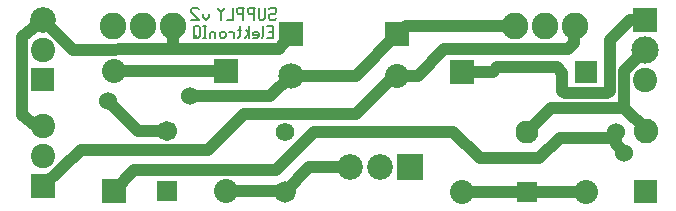
<source format=gbr>
G04 start of page 2 for group 0 idx 0 *
G04 Title: supply.pcb, bottom *
G04 Creator: pcb 1.99x *
G04 CreationDate: Fri 09 Jan 2009 05:21:37 PM GMT UTC *
G04 For: kmk *
G04 Format: Gerber/RS-274X *
G04 PCB-Dimensions: 275591 137795 *
G04 PCB-Coordinate-Origin: lower left *
%MOIN*%
%FSLAX24Y24*%
%LNBACK*%
%ADD11C,0.0400*%
%ADD12C,0.0060*%
%ADD13C,0.0887*%
%ADD14C,0.0800*%
%ADD15C,0.0200*%
%ADD16C,0.0670*%
%ADD17C,0.0620*%
%ADD18C,0.0720*%
%ADD19C,0.0850*%
%ADD20C,0.0810*%
%ADD21C,0.0860*%
%ADD22C,0.0770*%
%ADD23C,0.0910*%
%ADD24C,0.0820*%
%ADD25C,0.0600*%
%ADD26C,0.0450*%
%ADD27C,0.0300*%
%ADD28C,0.0460*%
%ADD29C,0.0350*%
G54D11*X10925Y9055D02*X8265Y9056D01*
X11614Y9744D02*X10925Y9055D01*
X13779Y9744D02*X15157Y11122D01*
X15452Y11417D02*X19078D01*
X15157Y11122D02*X15452Y11417D01*
X5708Y5905D02*X6397Y6594D01*
X11121Y6594D01*
X4626Y7283D02*X8858D01*
X9448Y9905D02*X5708D01*
X7677Y10629D02*X11220D01*
X7283D02*X7677D01*
X7692Y11417D01*
X11220Y10629D02*X11614Y11122D01*
X10039Y8464D02*X13779D01*
X11417Y5873D02*X12236Y6692D01*
X13582D01*
X9448Y5905D02*X11417D01*
X11121Y6594D02*X12401Y7874D01*
X8858Y7283D02*X10039Y8464D01*
X11614Y9744D02*X11614Y9744D01*
X13779D01*
X2657Y11023D02*Y8448D01*
X3346Y11614D02*X2657Y11023D01*
Y8448D02*X3133Y8070D01*
X5511Y8905D02*X6511Y7905D01*
X3346Y6070D02*X4626Y7283D01*
X3133Y8070D02*X3346D01*
X4346Y10614D02*X7283Y10629D01*
X3346Y11614D02*X4346Y10614D01*
X6511Y7905D02*X7480D01*
X22736Y9055D02*Y8661D01*
X20275D01*
X12401Y7874D02*X17027D01*
X17913Y6988D02*X17027Y7874D01*
X19882Y6988D02*X17913D01*
X13779Y8464D02*X15059Y9744D01*
X22244Y9251D02*X22145Y9153D01*
X22440Y7874D02*X22244Y7677D01*
X20570D01*
X19882Y6988D01*
X22736Y7185D02*X22440Y7480D01*
Y7874D01*
X22145Y9153D02*X20767D01*
X20669Y9251D01*
X15846Y9744D02*X15059D01*
X16732Y10629D02*X15846Y9744D01*
X20275Y8661D02*X19488Y7874D01*
X21456Y5874D02*X17322Y5874D01*
X21078Y11417D02*X21063Y11401D01*
Y10826D01*
X20866Y10629D01*
X23425Y11598D02*X22917D01*
X22244Y10925D01*
X23425Y10598D02*X22736Y9909D01*
X22244Y10925D02*Y9251D01*
X22736Y9909D02*Y9055D01*
Y8661D02*X23440Y7956D01*
Y7889D01*
X20669Y9251D02*Y9842D01*
X20866Y10629D02*X16732D01*
X20669Y9842D02*X20472Y10039D01*
X18503D01*
X18338Y9874D01*
X17322D01*
G54D12*X10921Y12006D02*X10871Y11956D01*
X10921Y12006D02*X11071D01*
X11121Y11956D02*X11071Y12006D01*
X11121Y11856D02*Y11956D01*
Y11856D02*X11071Y11806D01*
X10921D02*X11071D01*
X10921D02*X10871Y11756D01*
Y11656D02*Y11756D01*
X10921Y11606D02*X10871Y11656D01*
X10921Y11606D02*X11071D01*
X11121Y11656D02*X11071Y11606D01*
X10751Y11656D02*Y12006D01*
Y11656D02*X10701Y11606D01*
X10601D02*X10701D01*
X10601D02*X10551Y11656D01*
Y12006D01*
X10381Y11606D02*Y12006D01*
X10231D02*X10431D01*
X10231D02*X10181Y11956D01*
Y11856D02*Y11956D01*
X10231Y11806D02*X10181Y11856D01*
X10231Y11806D02*X10381D01*
X10011Y11606D02*Y12006D01*
X9861D02*X10061D01*
X9861D02*X9811Y11956D01*
Y11856D02*Y11956D01*
X9861Y11806D02*X9811Y11856D01*
X9861Y11806D02*X10011D01*
X9691Y11606D02*Y12006D01*
X9491Y11606D02*X9691D01*
X9371Y11956D02*Y12006D01*
Y11956D02*X9271Y11856D01*
X9171Y11956D01*
Y12006D01*
X9271Y11606D02*Y11856D01*
X8871Y11706D02*Y11806D01*
Y11706D02*X8771Y11606D01*
X8671Y11706D01*
Y11806D01*
X8551Y11956D02*X8501Y12006D01*
X8351D02*X8501D01*
X8351D02*X8301Y11956D01*
Y11856D02*Y11956D01*
X8551Y11606D02*X8301Y11856D01*
Y11606D02*X8551D01*
X10873Y11215D02*X11023D01*
X10823Y11015D02*X11023D01*
Y11415D01*
X10823D02*X11023D01*
X10703Y11065D02*Y11415D01*
Y11065D02*X10653Y11015D01*
X10353D02*X10503D01*
X10553Y11065D02*X10503Y11015D01*
X10553Y11065D02*Y11165D01*
X10503Y11215D01*
X10403D02*X10503D01*
X10403D02*X10353Y11165D01*
Y11115D02*X10553D01*
X10353D02*Y11165D01*
X10233Y11015D02*Y11415D01*
Y11165D02*X10083Y11015D01*
X10233Y11165D02*X10133Y11265D01*
X9913Y11065D02*Y11415D01*
Y11065D02*X9863Y11015D01*
Y11265D02*X9963D01*
X9713Y11015D02*Y11165D01*
X9663Y11215D01*
X9563D02*X9663D01*
X9763D02*X9713Y11165D01*
X9442Y11065D02*Y11165D01*
X9392Y11215D01*
X9292D02*X9392D01*
X9292D02*X9242Y11165D01*
Y11065D02*Y11165D01*
X9292Y11015D02*X9242Y11065D01*
X9292Y11015D02*X9392D01*
X9442Y11065D02*X9392Y11015D01*
X9072D02*Y11165D01*
X9022Y11215D01*
X8972D02*X9022D01*
X8972D02*X8922Y11165D01*
Y11015D02*Y11165D01*
X9122Y11215D02*X9072Y11165D01*
X8702Y11415D02*X8802D01*
X8752Y11015D02*Y11415D01*
X8702Y11015D02*X8802D01*
X8582Y11065D02*Y11365D01*
X8532Y11415D01*
X8432D02*X8532D01*
X8432D02*X8382Y11365D01*
Y11065D02*Y11365D01*
X8432Y11015D02*X8382Y11065D01*
X8432Y11015D02*X8532D01*
X8582Y11065D02*X8532Y11015D01*
X8482Y11115D02*X8382Y11015D01*
G54D13*X5692Y11417D03*
X6692D03*
X7692D03*
G54D14*X5708Y9905D03*
X9448Y5905D03*
G54D15*G36*
X7145Y6240D02*Y5570D01*
X7815D01*
Y6240D01*
X7145D01*
G37*
G54D16*X7480Y7905D03*
G54D15*G36*
X5308Y6305D02*Y5505D01*
X6108D01*
Y6305D01*
X5308D01*
G37*
G54D17*X11417Y7873D03*
G54D18*Y5873D03*
G54D15*G36*
X9048Y10305D02*Y9505D01*
X9848D01*
Y10305D01*
X9048D01*
G37*
G54D19*X11614Y9744D03*
G54D15*G36*
X11214Y11522D02*Y10722D01*
X12014D01*
Y11522D01*
X11214D01*
G37*
G36*
X2966Y9994D02*Y9234D01*
X3726D01*
Y9994D01*
X2966D01*
G37*
G36*
X2941Y6475D02*Y5665D01*
X3751D01*
Y6475D01*
X2941D01*
G37*
G54D20*X3346Y7070D03*
Y8070D03*
Y10614D03*
G54D21*Y11614D03*
G54D15*G36*
X15152Y7122D02*Y6262D01*
X16012D01*
Y7122D01*
X15152D01*
G37*
G54D21*X14582Y6692D03*
X13582D03*
G54D14*X15157Y9744D03*
G54D15*G36*
X14757Y11522D02*Y10722D01*
X15557D01*
Y11522D01*
X14757D01*
G37*
G54D13*X19078Y11417D03*
G54D22*X19488Y7874D03*
G54D13*X20078Y11417D03*
X21078D03*
G54D15*G36*
X23020Y12003D02*Y11193D01*
X23830D01*
Y12003D01*
X23020D01*
G37*
G54D23*X23425Y10598D03*
G54D20*Y9598D03*
G54D15*G36*
X21081Y10249D02*Y9499D01*
X21831D01*
Y10249D01*
X21081D01*
G37*
G54D24*X23440Y7889D03*
G54D15*G36*
X16922Y10274D02*Y9474D01*
X17722D01*
Y10274D01*
X16922D01*
G37*
G54D14*X17322Y5874D03*
X21456Y5874D03*
G54D15*G36*
X23055Y6274D02*Y5504D01*
X23825D01*
Y6274D01*
X23055D01*
G37*
G36*
X19153Y6209D02*Y5539D01*
X19823D01*
Y6209D01*
X19153D01*
G37*
G54D25*X5511Y8905D03*
X8265Y9056D03*
X22440Y7874D03*
X22736Y7185D03*
G54D26*G54D11*G54D27*G54D11*G54D27*G54D11*G54D28*G54D11*G54D26*G54D27*G54D26*G54D28*G54D11*G54D27*G54D11*G54D27*G54D29*M02*

</source>
